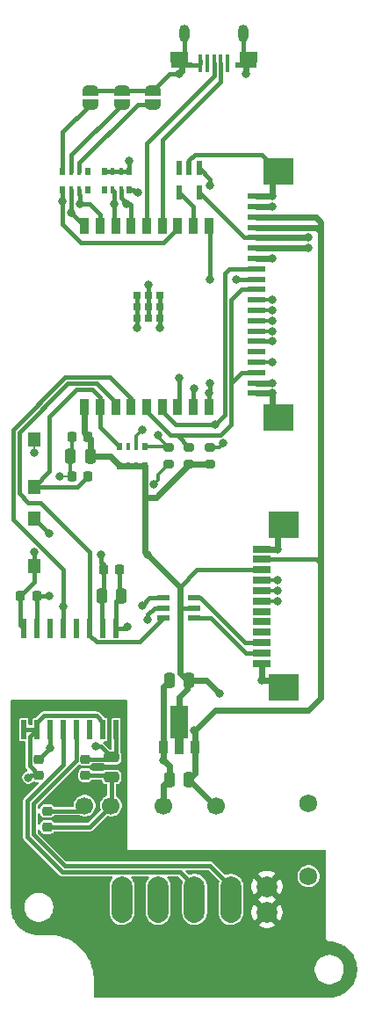
<source format=gbr>
%TF.GenerationSoftware,KiCad,Pcbnew,9.0.3*%
%TF.CreationDate,2025-09-11T11:52:34+03:00*%
%TF.ProjectId,PMMCU-ESP32C3,504d4d43-552d-4455-9350-333243332e6b,rev?*%
%TF.SameCoordinates,Original*%
%TF.FileFunction,Copper,L1,Top*%
%TF.FilePolarity,Positive*%
%FSLAX46Y46*%
G04 Gerber Fmt 4.6, Leading zero omitted, Abs format (unit mm)*
G04 Created by KiCad (PCBNEW 9.0.3) date 2025-09-11 11:52:34*
%MOMM*%
%LPD*%
G01*
G04 APERTURE LIST*
G04 Aperture macros list*
%AMRoundRect*
0 Rectangle with rounded corners*
0 $1 Rounding radius*
0 $2 $3 $4 $5 $6 $7 $8 $9 X,Y pos of 4 corners*
0 Add a 4 corners polygon primitive as box body*
4,1,4,$2,$3,$4,$5,$6,$7,$8,$9,$2,$3,0*
0 Add four circle primitives for the rounded corners*
1,1,$1+$1,$2,$3*
1,1,$1+$1,$4,$5*
1,1,$1+$1,$6,$7*
1,1,$1+$1,$8,$9*
0 Add four rect primitives between the rounded corners*
20,1,$1+$1,$2,$3,$4,$5,0*
20,1,$1+$1,$4,$5,$6,$7,0*
20,1,$1+$1,$6,$7,$8,$9,0*
20,1,$1+$1,$8,$9,$2,$3,0*%
%AMFreePoly0*
4,1,9,3.862500,-0.866500,0.737500,-0.866500,0.737500,-0.450000,-0.737500,-0.450000,-0.737500,0.450000,0.737500,0.450000,0.737500,0.866500,3.862500,0.866500,3.862500,-0.866500,3.862500,-0.866500,$1*%
%AMFreePoly1*
4,1,23,0.500000,-0.750000,0.000000,-0.750000,0.000000,-0.745722,-0.065263,-0.745722,-0.191342,-0.711940,-0.304381,-0.646677,-0.396677,-0.554381,-0.461940,-0.441342,-0.495722,-0.315263,-0.495722,-0.250000,-0.500000,-0.250000,-0.500000,0.250000,-0.495722,0.250000,-0.495722,0.315263,-0.461940,0.441342,-0.396677,0.554381,-0.304381,0.646677,-0.191342,0.711940,-0.065263,0.745722,0.000000,0.745722,
0.000000,0.750000,0.500000,0.750000,0.500000,-0.750000,0.500000,-0.750000,$1*%
%AMFreePoly2*
4,1,23,0.000000,0.745722,0.065263,0.745722,0.191342,0.711940,0.304381,0.646677,0.396677,0.554381,0.461940,0.441342,0.495722,0.315263,0.495722,0.250000,0.500000,0.250000,0.500000,-0.250000,0.495722,-0.250000,0.495722,-0.315263,0.461940,-0.441342,0.396677,-0.554381,0.304381,-0.646677,0.191342,-0.711940,0.065263,-0.745722,0.000000,-0.745722,0.000000,-0.750000,-0.500000,-0.750000,
-0.500000,0.750000,0.000000,0.750000,0.000000,0.745722,0.000000,0.745722,$1*%
G04 Aperture macros list end*
%TA.AperFunction,SMDPad,CuDef*%
%ADD10RoundRect,0.225000X0.225000X0.250000X-0.225000X0.250000X-0.225000X-0.250000X0.225000X-0.250000X0*%
%TD*%
%TA.AperFunction,SMDPad,CuDef*%
%ADD11R,1.244600X1.346200*%
%TD*%
%TA.AperFunction,SMDPad,CuDef*%
%ADD12R,0.889000X1.498600*%
%TD*%
%TA.AperFunction,SMDPad,CuDef*%
%ADD13R,0.711200X0.711200*%
%TD*%
%TA.AperFunction,SMDPad,CuDef*%
%ADD14RoundRect,0.225000X0.225000X-0.425000X0.225000X0.425000X-0.225000X0.425000X-0.225000X-0.425000X0*%
%TD*%
%TA.AperFunction,SMDPad,CuDef*%
%ADD15FreePoly0,90.000000*%
%TD*%
%TA.AperFunction,SMDPad,CuDef*%
%ADD16R,1.800000X0.600000*%
%TD*%
%TA.AperFunction,SMDPad,CuDef*%
%ADD17R,3.000000X2.600000*%
%TD*%
%TA.AperFunction,SMDPad,CuDef*%
%ADD18RoundRect,0.250000X-0.475000X0.250000X-0.475000X-0.250000X0.475000X-0.250000X0.475000X0.250000X0*%
%TD*%
%TA.AperFunction,SMDPad,CuDef*%
%ADD19R,0.406400X1.750000*%
%TD*%
%TA.AperFunction,SMDPad,CuDef*%
%ADD20R,1.654126X1.104108*%
%TD*%
%TA.AperFunction,SMDPad,CuDef*%
%ADD21R,2.108196X0.496100*%
%TD*%
%TA.AperFunction,ComponentPad*%
%ADD22O,1.000000X1.700000*%
%TD*%
%TA.AperFunction,SMDPad,CuDef*%
%ADD23R,2.108196X0.496108*%
%TD*%
%TA.AperFunction,SMDPad,CuDef*%
%ADD24R,1.654066X1.104100*%
%TD*%
%TA.AperFunction,SMDPad,CuDef*%
%ADD25R,0.500000X0.800000*%
%TD*%
%TA.AperFunction,SMDPad,CuDef*%
%ADD26R,0.400000X0.800000*%
%TD*%
%TA.AperFunction,SMDPad,CuDef*%
%ADD27RoundRect,0.250000X0.250000X0.475000X-0.250000X0.475000X-0.250000X-0.475000X0.250000X-0.475000X0*%
%TD*%
%TA.AperFunction,SMDPad,CuDef*%
%ADD28R,1.803400X0.635000*%
%TD*%
%TA.AperFunction,SMDPad,CuDef*%
%ADD29R,2.997200X2.590800*%
%TD*%
%TA.AperFunction,SMDPad,CuDef*%
%ADD30RoundRect,0.225000X-0.250000X0.225000X-0.250000X-0.225000X0.250000X-0.225000X0.250000X0.225000X0*%
%TD*%
%TA.AperFunction,ComponentPad*%
%ADD31C,2.000000*%
%TD*%
%TA.AperFunction,SMDPad,CuDef*%
%ADD32FreePoly1,90.000000*%
%TD*%
%TA.AperFunction,SMDPad,CuDef*%
%ADD33FreePoly2,90.000000*%
%TD*%
%TA.AperFunction,SMDPad,CuDef*%
%ADD34RoundRect,0.200000X0.275000X-0.200000X0.275000X0.200000X-0.275000X0.200000X-0.275000X-0.200000X0*%
%TD*%
%TA.AperFunction,SMDPad,CuDef*%
%ADD35R,1.181100X0.558800*%
%TD*%
%TA.AperFunction,SMDPad,CuDef*%
%ADD36R,0.482600X1.854200*%
%TD*%
%TA.AperFunction,ComponentPad*%
%ADD37C,1.725000*%
%TD*%
%TA.AperFunction,ComponentPad*%
%ADD38C,1.700000*%
%TD*%
%TA.AperFunction,SMDPad,CuDef*%
%ADD39R,0.558800X1.320800*%
%TD*%
%TA.AperFunction,ViaPad*%
%ADD40C,0.800000*%
%TD*%
%TA.AperFunction,Conductor*%
%ADD41C,0.400000*%
%TD*%
%TA.AperFunction,Conductor*%
%ADD42C,0.200000*%
%TD*%
%TA.AperFunction,Conductor*%
%ADD43C,0.600000*%
%TD*%
%TA.AperFunction,Conductor*%
%ADD44C,0.300000*%
%TD*%
%TA.AperFunction,Conductor*%
%ADD45C,2.000000*%
%TD*%
G04 APERTURE END LIST*
D10*
%TO.P,C16,1*%
%TO.N,+5V_MCU*%
X10775000Y-6500000D03*
%TO.P,C16,2*%
%TO.N,GND_MCU*%
X9225000Y-6500000D03*
%TD*%
D11*
%TO.P,SW2,1,1*%
%TO.N,GND_MCU*%
X2540000Y6096000D03*
%TO.P,SW2,2,2*%
%TO.N,/EN*%
X2540000Y1524000D03*
%TD*%
D12*
%TO.P,U1,1,3V3*%
%TO.N,+3.3V_MCU*%
X7390002Y9170000D03*
%TO.P,U1,2,EN*%
%TO.N,/EN*%
X8890001Y9170000D03*
%TO.P,U1,3,IO4*%
%TO.N,/CAN_TX*%
X10390001Y9170000D03*
%TO.P,U1,4,IO5*%
%TO.N,/CAN_RX*%
X11890000Y9170000D03*
%TO.P,U1,5,IO6*%
%TO.N,/SCK_SCL_MCU*%
X13390000Y9170000D03*
%TO.P,U1,6,IO7*%
%TO.N,/MOSI_SDA_MCU*%
X14890000Y9170000D03*
%TO.P,U1,7,IO8*%
%TO.N,/CS2_MCU*%
X16390002Y9170000D03*
%TO.P,U1,8,IO9*%
%TO.N,/CS3_MCU*%
X17890001Y9170000D03*
%TO.P,U1,9,GND*%
%TO.N,GND_MCU*%
X19390001Y9170000D03*
%TO.P,U1,10,IO10*%
%TO.N,/MISO_MCU*%
X19389998Y26670000D03*
%TO.P,U1,11,RXD_(IO20)*%
%TO.N,/WDT*%
X17889999Y26670000D03*
%TO.P,U1,12,TXD_(IO21)*%
%TO.N,/LED2*%
X16389999Y26670000D03*
%TO.P,U1,13,IO18_(USB_D-)*%
%TO.N,/USB_D-*%
X14890000Y26670000D03*
%TO.P,U1,14,IO19_(USB_D+)*%
%TO.N,/USB_D+*%
X13390000Y26670000D03*
%TO.P,U1,15,IO3*%
%TO.N,/CS1_MCU*%
X11890000Y26670000D03*
%TO.P,U1,16,IO2*%
%TO.N,/CS0_MCU*%
X10389998Y26670000D03*
%TO.P,U1,17,IO1*%
%TO.N,/LED0*%
X8889999Y26670000D03*
%TO.P,U1,18,IO0*%
%TO.N,/LED1*%
X7389999Y26670000D03*
D13*
%TO.P,U1,EPAD,EPAD*%
%TO.N,GND_MCU*%
X12490000Y17780000D03*
X13590000Y17780000D03*
X14690000Y17780000D03*
X12490000Y18880000D03*
X13590000Y18880000D03*
X14690000Y18880000D03*
X12490000Y19980000D03*
X13590000Y19980000D03*
X14690000Y19980000D03*
%TD*%
D10*
%TO.P,C1,1*%
%TO.N,/EN*%
X7760000Y2540000D03*
%TO.P,C1,2*%
%TO.N,GND_MCU*%
X6210000Y2540000D03*
%TD*%
D14*
%TO.P,U2,1,GND*%
%TO.N,GND_MCU*%
X15010000Y-23540000D03*
D15*
%TO.P,U2,2,OUTPUT*%
%TO.N,+3.3V_MCU*%
X16510000Y-23452500D03*
D14*
%TO.P,U2,3,INPUT*%
%TO.N,+5V_MCU*%
X18010000Y-23540000D03*
%TD*%
D16*
%TO.P,JM1,1,Pin_1*%
%TO.N,GND_MCU*%
X23954000Y10500000D03*
%TO.P,JM1,2,Pin_2*%
X23954000Y11500000D03*
%TO.P,JM1,3,Pin_3*%
%TO.N,/SCK_SCL_MCU*%
X23954000Y12500000D03*
%TO.P,JM1,4,Pin_4*%
%TO.N,/MOSI_SDA_MCU*%
X23954000Y13500000D03*
%TO.P,JM1,5,Pin_5*%
%TO.N,unconnected-(JM1-Pin_5-Pad5)*%
X23954000Y14500000D03*
%TO.P,JM1,6,Pin_6*%
%TO.N,/RST*%
X23954000Y15500000D03*
%TO.P,JM1,7,Pin_7*%
%TO.N,/CS3_MCU*%
X23954000Y16500000D03*
%TO.P,JM1,8,Pin_8*%
%TO.N,/CS2_MCU*%
X23954000Y17500000D03*
%TO.P,JM1,9,Pin_9*%
%TO.N,/CS1_MCU*%
X23954000Y18500000D03*
%TO.P,JM1,10,Pin_10*%
%TO.N,/CS0_MCU*%
X23954000Y19500000D03*
%TO.P,JM1,11,Pin_11*%
%TO.N,/SCK_SCL_MCU*%
X23954000Y20500000D03*
%TO.P,JM1,12,Pin_11*%
%TO.N,/MISO_MCU*%
X23954000Y21500000D03*
%TO.P,JM1,13,Pin_11*%
%TO.N,/MOSI_SDA_MCU*%
X23954000Y22500000D03*
%TO.P,JM1,14,Pin_11*%
%TO.N,GND_MCU*%
X23954000Y23500000D03*
%TO.P,JM1,15,Pin_11*%
%TO.N,+3.3V_MCU*%
X23954000Y24500000D03*
%TO.P,JM1,16,Pin_11*%
X23954000Y25500000D03*
%TO.P,JM1,17,Pin_11*%
%TO.N,+5V_MCU*%
X23954000Y26500000D03*
%TO.P,JM1,18,Pin_11*%
X23954000Y27500000D03*
%TO.P,JM1,19,Pin_11*%
%TO.N,GND_MCU*%
X23954000Y28500000D03*
%TO.P,JM1,20,Pin_11*%
X23954000Y29500000D03*
D17*
%TO.P,JM1,MP1,Pin_11*%
X26125000Y8150000D03*
%TO.P,JM1,MP2,Pin_11*%
X26125000Y31850000D03*
%TD*%
D18*
%TO.P,C13,1*%
%TO.N,+5V_BUS*%
X10000000Y-24550000D03*
%TO.P,C13,2*%
%TO.N,GND_BUS*%
X10000000Y-26450000D03*
%TD*%
D19*
%TO.P,J1,1,VBUS*%
%TO.N,unconnected-(J1-VBUS-Pad1)*%
X21180000Y42327092D03*
%TO.P,J1,2,D-*%
%TO.N,/USB_D-*%
X20530014Y42327092D03*
%TO.P,J1,3,D+*%
%TO.N,/USB_D+*%
X19880028Y42327092D03*
%TO.P,J1,4,ID*%
%TO.N,unconnected-(J1-ID-Pad4)*%
X19230042Y42327092D03*
D20*
%TO.P,J1,5,GND*%
%TO.N,GND_MCU*%
X23207063Y42900254D03*
D21*
X22980029Y42100150D03*
D22*
X22705029Y45202208D03*
D19*
X18580056Y42327092D03*
D22*
X17055027Y45202208D03*
D23*
X16780031Y42100146D03*
D24*
X16552967Y42900250D03*
%TD*%
D10*
%TO.P,C5,1*%
%TO.N,+3.3V_MCU*%
X7760000Y6350000D03*
%TO.P,C5,2*%
%TO.N,GND_MCU*%
X6210000Y6350000D03*
%TD*%
D25*
%TO.P,RN2,1,R1.1*%
%TO.N,+3.3V_MCU*%
X10800000Y3545000D03*
D26*
%TO.P,RN2,2,R2.1*%
X11600000Y3545000D03*
%TO.P,RN2,3,R3.1*%
X12400000Y3545000D03*
D25*
%TO.P,RN2,4,R4.1*%
X13200000Y3545000D03*
%TO.P,RN2,5,R4.2*%
%TO.N,/CS3_MCU*%
X13200000Y5345000D03*
D26*
%TO.P,RN2,6,R3.2*%
%TO.N,/CS2_MCU*%
X12400000Y5345000D03*
%TO.P,RN2,7,R2.2*%
%TO.N,unconnected-(RN2B-R2.2-Pad7)*%
X11600000Y5345000D03*
D25*
%TO.P,RN2,8,R1.2*%
%TO.N,/EN*%
X10800000Y5345000D03*
%TD*%
D27*
%TO.P,C10,1*%
%TO.N,+5V_MCU*%
X17460000Y-26670000D03*
%TO.P,C10,2*%
%TO.N,GND_MCU*%
X15560000Y-26670000D03*
%TD*%
D28*
%TO.P,J4,1,Pin_1*%
%TO.N,GND_MCU*%
X24444000Y-15499992D03*
%TO.P,J4,2,Pin_2*%
%TO.N,Net-(J4-Pin_2)*%
X24444000Y-14499994D03*
%TO.P,J4,3,Pin_3*%
%TO.N,Net-(J4-Pin_3)*%
X24444000Y-13499996D03*
%TO.P,J4,4,Pin_4*%
%TO.N,unconnected-(J4-Pin_4-Pad4)*%
X24444000Y-12499998D03*
%TO.P,J4,5,Pin_5*%
%TO.N,unconnected-(J4-Pin_5-Pad5)*%
X24444000Y-11500000D03*
%TO.P,J4,6,Pin_6*%
%TO.N,unconnected-(J4-Pin_6-Pad6)*%
X24444000Y-10500000D03*
%TO.P,J4,7,Pin_7*%
%TO.N,/LED2*%
X24444000Y-9500000D03*
%TO.P,J4,8,Pin_8*%
%TO.N,/LED1*%
X24444000Y-8500000D03*
%TO.P,J4,9,Pin_9*%
%TO.N,/LED0*%
X24444000Y-7500002D03*
%TO.P,J4,10,Pin_10*%
%TO.N,+3.3V_MCU*%
X24444000Y-6500004D03*
%TO.P,J4,11,Pin_11*%
%TO.N,+5V_MCU*%
X24444000Y-5500006D03*
%TO.P,J4,12,Pin_11*%
%TO.N,GND_MCU*%
X24444000Y-4500008D03*
D29*
%TO.P,J4,13,Pin_11*%
X26614001Y-17850003D03*
X26614001Y-2149997D03*
%TD*%
D27*
%TO.P,C14,1*%
%TO.N,+5V_MCU*%
X10950000Y-9000000D03*
%TO.P,C14,2*%
%TO.N,GND_MCU*%
X9050000Y-9000000D03*
%TD*%
D30*
%TO.P,C12,1*%
%TO.N,+5V_BUS*%
X3000000Y-24725000D03*
%TO.P,C12,2*%
%TO.N,GND_BUS*%
X3000000Y-26275000D03*
%TD*%
D31*
%TO.P,J6,1,Pin_1*%
%TO.N,+24V_BUS*%
X11000000Y-37000000D03*
%TO.P,J6,2,Pin_3*%
%TO.N,GND_BUS*%
X14500000Y-37000000D03*
%TO.P,J6,3,3*%
%TO.N,/CANL_BUS*%
X18000000Y-37000000D03*
%TO.P,J6,4,4*%
%TO.N,/CANH_BUS*%
X21500000Y-37000000D03*
%TO.P,J6,5,Pin_9*%
%TO.N,PE*%
X25000000Y-37000000D03*
%TO.P,J6,6,Pin_2*%
%TO.N,+24V_BUS*%
X11000000Y-39500000D03*
%TO.P,J6,7,Pin_4*%
%TO.N,GND_BUS*%
X14500000Y-39500000D03*
%TO.P,J6,8,Pin_6*%
%TO.N,/CANL_BUS*%
X18000000Y-39500000D03*
%TO.P,J6,9,Pin_8*%
%TO.N,/CANH_BUS*%
X21500000Y-39500000D03*
%TO.P,J6,10,Pin_10*%
%TO.N,PE*%
X25000000Y-39500000D03*
%TD*%
D32*
%TO.P,JP1,1,A*%
%TO.N,Net-(JP1-A)*%
X8000000Y38350000D03*
D33*
%TO.P,JP1,2,B*%
%TO.N,GND_MCU*%
X8000000Y39650000D03*
%TD*%
D34*
%TO.P,R3,1*%
%TO.N,+3.3V_MCU*%
X17500000Y3675000D03*
%TO.P,R3,2*%
%TO.N,/SCK_SCL_MCU*%
X17500000Y5325000D03*
%TD*%
D32*
%TO.P,JP2,1,A*%
%TO.N,Net-(JP2-A)*%
X11000000Y38350000D03*
D33*
%TO.P,JP2,2,B*%
%TO.N,GND_MCU*%
X11000000Y39650000D03*
%TD*%
D35*
%TO.P,U5,1,1A*%
%TO.N,/CAN_RX*%
X15043150Y-9209999D03*
%TO.P,U5,2,GND*%
%TO.N,GND_MCU*%
X15043150Y-10160000D03*
%TO.P,U5,3,2A*%
%TO.N,/CAN_TX*%
X15043150Y-11110001D03*
%TO.P,U5,4,2Y*%
%TO.N,Net-(J4-Pin_2)*%
X17976850Y-11110001D03*
%TO.P,U5,5,VCC*%
%TO.N,+3.3V_MCU*%
X17976850Y-10160000D03*
%TO.P,U5,6,1Y*%
%TO.N,Net-(J4-Pin_3)*%
X17976850Y-9209999D03*
%TD*%
D36*
%TO.P,U7,1,Vcc*%
%TO.N,+5V_MCU*%
X10445000Y-12123200D03*
%TO.P,U7,2,GND1*%
%TO.N,GND_MCU*%
X9175000Y-12123200D03*
%TO.P,U7,3,TXD*%
%TO.N,/CAN_TX*%
X7905000Y-12123200D03*
%TO.P,U7,4,NC*%
%TO.N,unconnected-(U7-NC-Pad4)*%
X6635000Y-12123200D03*
%TO.P,U7,5,RXD*%
%TO.N,/CAN_RX*%
X5365000Y-12123200D03*
%TO.P,U7,6,NC*%
%TO.N,unconnected-(U7-NC-Pad6)*%
X4095000Y-12123200D03*
%TO.P,U7,7,Vccl*%
%TO.N,+3.3V_MCU*%
X2825000Y-12123200D03*
%TO.P,U7,8,GND1*%
%TO.N,GND_MCU*%
X1555000Y-12123200D03*
%TO.P,U7,9,GND2*%
%TO.N,GND_BUS*%
X1555000Y-21876800D03*
%TO.P,U7,10,GND2*%
X2825000Y-21876800D03*
%TO.P,U7,11,Visoin*%
%TO.N,+5V_BUS*%
X4095000Y-21876800D03*
%TO.P,U7,12,CANL*%
%TO.N,/CANL_BUS*%
X5365000Y-21876800D03*
%TO.P,U7,13,CANH*%
%TO.N,/CANH_BUS*%
X6635000Y-21876800D03*
%TO.P,U7,14,NC*%
%TO.N,unconnected-(U7-NC-Pad14)*%
X7905000Y-21876800D03*
%TO.P,U7,15,GND2*%
%TO.N,GND_BUS*%
X9175000Y-21876800D03*
%TO.P,U7,16,Viso*%
%TO.N,+5V_BUS*%
X10445000Y-21876800D03*
%TD*%
D30*
%TO.P,C11,1*%
%TO.N,+5V_BUS*%
X7500000Y-24725000D03*
%TO.P,C11,2*%
%TO.N,GND_BUS*%
X7500000Y-26275000D03*
%TD*%
D10*
%TO.P,C15,1*%
%TO.N,+3.3V_MCU*%
X2775000Y-9000000D03*
%TO.P,C15,2*%
%TO.N,GND_MCU*%
X1225000Y-9000000D03*
%TD*%
D37*
%TO.P,U4,1*%
%TO.N,GND_BUS*%
X29000000Y-36000000D03*
%TD*%
D34*
%TO.P,R1,1*%
%TO.N,+3.3V_MCU*%
X19500000Y3675000D03*
%TO.P,R1,2*%
%TO.N,/MOSI_SDA_MCU*%
X19500000Y5325000D03*
%TD*%
D27*
%TO.P,C4,1*%
%TO.N,+3.3V_MCU*%
X17460000Y-17145000D03*
%TO.P,C4,2*%
%TO.N,GND_MCU*%
X15560000Y-17145000D03*
%TD*%
%TO.P,C2,1*%
%TO.N,+3.3V_MCU*%
X7935000Y4445000D03*
%TO.P,C2,2*%
%TO.N,GND_MCU*%
X6035000Y4445000D03*
%TD*%
D11*
%TO.P,SW1,1,1*%
%TO.N,GND_MCU*%
X2540000Y-6096000D03*
%TO.P,SW1,2,2*%
%TO.N,Net-(R5-Pad1)*%
X2540000Y-1524000D03*
%TD*%
D38*
%TO.P,PS1,1,Vin*%
%TO.N,+24V_BUS*%
X7416800Y-29210000D03*
%TO.P,PS1,2,GND*%
%TO.N,GND_BUS*%
X9956800Y-29210000D03*
%TO.P,PS1,4,0V*%
%TO.N,GND_MCU*%
X15036800Y-29210000D03*
%TO.P,PS1,6,+V*%
%TO.N,+5V_MCU*%
X20116800Y-29210000D03*
%TD*%
D34*
%TO.P,R5,1*%
%TO.N,Net-(R5-Pad1)*%
X15500000Y3675000D03*
%TO.P,R5,2*%
%TO.N,/CS3_MCU*%
X15500000Y5325000D03*
%TD*%
D25*
%TO.P,RN3,1,R1.1*%
%TO.N,unconnected-(RN3A-R1.1-Pad1)*%
X7700000Y31900000D03*
D26*
%TO.P,RN3,2,R2.1*%
%TO.N,Net-(JP3-A)*%
X6900000Y31900000D03*
%TO.P,RN3,3,R3.1*%
%TO.N,Net-(JP2-A)*%
X6100000Y31900000D03*
D25*
%TO.P,RN3,4,R4.1*%
%TO.N,Net-(JP1-A)*%
X5300000Y31900000D03*
%TO.P,RN3,5,R4.2*%
%TO.N,/LED2*%
X5300000Y30100000D03*
D26*
%TO.P,RN3,6,R3.2*%
%TO.N,/LED1*%
X6100000Y30100000D03*
%TO.P,RN3,7,R2.2*%
%TO.N,/LED0*%
X6900000Y30100000D03*
D25*
%TO.P,RN3,8,R1.2*%
%TO.N,unconnected-(RN3A-R1.2-Pad8)*%
X7700000Y30100000D03*
%TD*%
D39*
%TO.P,CR1,1,\u002AWDO*%
%TO.N,/RST*%
X18450001Y32193800D03*
%TO.P,CR1,2,GND*%
%TO.N,GND_MCU*%
X17500000Y32193800D03*
%TO.P,CR1,3,\u002AEN*%
%TO.N,unconnected-(CR1-\u002AEN-Pad3)*%
X16549999Y32193800D03*
%TO.P,CR1,4,WDI*%
%TO.N,/WDT*%
X16549999Y29806200D03*
%TO.P,CR1,5,VCC*%
%TO.N,+3.3V_MCU*%
X18450001Y29806200D03*
%TD*%
D25*
%TO.P,RN1,1,R1.1*%
%TO.N,+3.3V_MCU*%
X11700000Y31900000D03*
D26*
%TO.P,RN1,2,R2.1*%
X10900000Y31900000D03*
%TO.P,RN1,3,R3.1*%
X10100000Y31900000D03*
D25*
%TO.P,RN1,4,R4.1*%
X9300000Y31900000D03*
%TO.P,RN1,5,R4.2*%
%TO.N,unconnected-(RN1D-R4.2-Pad5)*%
X9300000Y30100000D03*
D26*
%TO.P,RN1,6,R3.2*%
%TO.N,/CS0_MCU*%
X10100000Y30100000D03*
%TO.P,RN1,7,R2.2*%
%TO.N,/CS1_MCU*%
X10900000Y30100000D03*
D25*
%TO.P,RN1,8,R1.2*%
%TO.N,/RST*%
X11700000Y30100000D03*
%TD*%
D30*
%TO.P,C7,1*%
%TO.N,+24V_BUS*%
X3810000Y-29725000D03*
%TO.P,C7,2*%
%TO.N,GND_BUS*%
X3810000Y-31275000D03*
%TD*%
D32*
%TO.P,JP3,1,A*%
%TO.N,Net-(JP3-A)*%
X14000000Y38350000D03*
D33*
%TO.P,JP3,2,B*%
%TO.N,GND_MCU*%
X14000000Y39650000D03*
%TD*%
D37*
%TO.P,U3,1*%
%TO.N,GND_MCU*%
X29000000Y-29000000D03*
%TD*%
D40*
%TO.N,GND_MCU*%
X25500000Y29500000D03*
X19500000Y11500000D03*
X5000000Y2500000D03*
X13590000Y20937600D03*
X26000000Y-4500000D03*
X2540000Y-4812000D03*
X25500000Y28500000D03*
X14690000Y16810300D03*
X15010000Y-24830000D03*
X2540000Y4812400D03*
X25500000Y11500000D03*
X19390000Y10500000D03*
X25500000Y10500000D03*
X16500000Y41242100D03*
X12490000Y16810200D03*
X23000000Y41250000D03*
X13500000Y-11300000D03*
X24511900Y-17152000D03*
X9000000Y-5000000D03*
X25500000Y23500000D03*
%TO.N,+3.3V_MCU*%
X11700000Y32900000D03*
X13500000Y-5000000D03*
X20447000Y-18415000D03*
X29000000Y24500000D03*
X4000000Y-9000000D03*
X29000000Y25500000D03*
%TO.N,/MOSI_SDA_MCU*%
X20000000Y7500002D03*
X25500000Y13500000D03*
X20781037Y5718963D03*
%TO.N,/CS3_MCU*%
X14500000Y6500000D03*
X25500000Y16500000D03*
X18000000Y11000000D03*
%TO.N,/MISO_MCU*%
X19500000Y21500000D03*
X22000000Y21500000D03*
%TO.N,/CS0_MCU*%
X10250000Y28750000D03*
X25500000Y19500000D03*
%TO.N,/CS2_MCU*%
X16500000Y12000000D03*
X25500000Y17500000D03*
X13000000Y7000000D03*
%TO.N,/CS1_MCU*%
X25500000Y18500000D03*
X11450000Y28750000D03*
%TO.N,GND_BUS*%
X2000000Y-26500000D03*
%TO.N,Net-(R5-Pad1)*%
X4000000Y-3000000D03*
X14100000Y1750000D03*
%TO.N,+5V_MCU*%
X11500000Y-12000000D03*
X18000000Y-22000000D03*
%TO.N,/LED1*%
X26000000Y-8500000D03*
X6154999Y27904999D03*
%TO.N,/LED2*%
X26000000Y-9500000D03*
X5250000Y29000000D03*
%TO.N,/LED0*%
X7000000Y28750000D03*
X26000000Y-7499997D03*
%TO.N,/RST*%
X12590000Y29874156D03*
X19500000Y30500000D03*
X25500000Y15500000D03*
%TO.N,+5V_BUS*%
X8500000Y-23500000D03*
X4095000Y-23630000D03*
%TO.N,/CAN_RX*%
X5365000Y-10000000D03*
X12942529Y-9948276D03*
%TD*%
D41*
%TO.N,/EN*%
X4000000Y8250000D02*
X4000000Y2984000D01*
X4000000Y2984000D02*
X2540000Y1524000D01*
D42*
X8890001Y8865200D02*
X8890001Y9170000D01*
D41*
X8152000Y10848000D02*
X6598000Y10848000D01*
X8890001Y7254999D02*
X8890001Y9170000D01*
X6598000Y10848000D02*
X4000000Y8250000D01*
X8890001Y9170000D02*
X8890001Y10109999D01*
X8890001Y10109999D02*
X8152000Y10848000D01*
X7760000Y2540000D02*
X6744000Y1524000D01*
X10800000Y5345000D02*
X8890001Y7254999D01*
X6744000Y1524000D02*
X2540000Y1524000D01*
%TO.N,/USB_D+*%
X13390000Y26670000D02*
X13390000Y34606850D01*
X19880028Y41096878D02*
X19880028Y42327092D01*
X13390000Y34606850D02*
X19880028Y41096878D01*
%TO.N,/USB_D-*%
X20530014Y42327092D02*
X20530014Y40530014D01*
X14890000Y34890000D02*
X14890000Y26670000D01*
X20530014Y40530014D02*
X14890000Y34890000D01*
%TO.N,GND_MCU*%
X13590000Y18880000D02*
X13590000Y19980000D01*
D43*
X15010000Y-24830000D02*
X15010000Y-23540000D01*
D41*
X2540000Y-6096000D02*
X2540000Y-7685000D01*
D42*
X6210000Y2540000D02*
X5040000Y2540000D01*
D41*
X14130000Y-10160000D02*
X15043150Y-10160000D01*
X19500000Y10610000D02*
X19390000Y10500000D01*
X18580056Y42527092D02*
X18580056Y42327092D01*
X13500000Y-11300000D02*
X13500000Y-10790000D01*
D43*
X24511900Y-17152000D02*
X24511900Y-15567892D01*
D41*
X9050000Y-9000000D02*
X9050000Y-11998200D01*
D43*
X15010000Y-17695000D02*
X15010000Y-23540000D01*
D41*
X13500000Y-10790000D02*
X14130000Y-10160000D01*
D42*
X15560000Y-28686800D02*
X15036800Y-29210000D01*
D41*
X9000000Y-5000000D02*
X9000000Y-5775000D01*
D43*
X15036800Y-27193200D02*
X15560000Y-26670000D01*
D41*
X19390000Y10500000D02*
X19390000Y9170000D01*
D43*
X26000000Y-4500000D02*
X26000000Y-2763998D01*
D41*
X14690000Y16810300D02*
X14690000Y17780000D01*
D43*
X26000000Y-4500000D02*
X25999992Y-4500008D01*
D41*
X12490000Y16810200D02*
X12490000Y17780000D01*
D42*
X2540000Y4812400D02*
X2540000Y6096000D01*
X5040000Y2540000D02*
X5000000Y2500000D01*
D41*
X18353110Y42100146D02*
X16780031Y42100146D01*
X17500000Y32193800D02*
X17500000Y32985599D01*
D43*
X25999992Y-4500008D02*
X24444000Y-4500008D01*
X23000000Y41250000D02*
X23000000Y42720154D01*
D41*
X24475000Y33500000D02*
X26125000Y31850000D01*
X12490000Y17780000D02*
X12490000Y18880000D01*
D42*
X15735000Y-17285000D02*
X15735000Y-17145000D01*
D43*
X23954000Y28500000D02*
X25500000Y28500000D01*
X25500000Y31225000D02*
X26125000Y31850000D01*
D41*
X14690000Y18880000D02*
X14690000Y19980000D01*
D43*
X24511900Y-15567892D02*
X24444000Y-15499992D01*
D41*
X9225000Y-7000000D02*
X9225000Y-8825000D01*
D44*
X6210000Y6350000D02*
X6210000Y4620000D01*
D43*
X25500000Y10500000D02*
X25500000Y8775000D01*
D41*
X9225000Y-8825000D02*
X9050000Y-9000000D01*
X9000000Y-5775000D02*
X9225000Y-6000000D01*
X11000000Y39650000D02*
X8000000Y39650000D01*
D43*
X25500000Y29500000D02*
X25500000Y31225000D01*
X23954000Y29500000D02*
X25500000Y29500000D01*
D41*
X19500000Y11500000D02*
X19500000Y10610000D01*
D43*
X15560000Y-17145000D02*
X15010000Y-17695000D01*
D41*
X9050000Y-11998200D02*
X9175000Y-12123200D01*
X2540000Y-4812000D02*
X2540000Y-6096000D01*
X22705029Y43404283D02*
X22705029Y45202208D01*
D44*
X6035000Y4445000D02*
X6035000Y2715000D01*
D43*
X16500000Y41242100D02*
X16780031Y41522131D01*
D41*
X1225000Y-11793200D02*
X1555000Y-12123200D01*
X14000000Y39650000D02*
X11000000Y39650000D01*
D43*
X15036800Y-29210000D02*
X15036800Y-27193200D01*
X23954000Y11500000D02*
X25500000Y11500000D01*
D41*
X15592100Y41242100D02*
X14000000Y39650000D01*
X18580056Y42327092D02*
X18353110Y42100146D01*
X13590000Y19980000D02*
X13590000Y20937600D01*
X16500000Y41242100D02*
X15592100Y41242100D01*
X17055027Y43402310D02*
X16552967Y42900250D01*
D43*
X15560000Y-26670000D02*
X15560000Y-25380000D01*
X24511900Y-17152000D02*
X25915998Y-17152000D01*
D41*
X23194579Y42914733D02*
X22705029Y43404283D01*
D43*
X23954000Y23500000D02*
X25500000Y23500000D01*
D41*
X13590000Y17780000D02*
X13590000Y18880000D01*
D43*
X23000000Y42720154D02*
X23194579Y42914733D01*
D41*
X1225000Y-9000000D02*
X1225000Y-11793200D01*
D43*
X25500000Y8775000D02*
X26125000Y8150000D01*
D44*
X6035000Y2715000D02*
X6210000Y2540000D01*
X6210000Y4620000D02*
X6035000Y4445000D01*
D43*
X16780031Y41522131D02*
X16780031Y42114621D01*
D44*
X26000000Y7500003D02*
X25999999Y7500002D01*
D41*
X12490000Y18880000D02*
X12490000Y19980000D01*
X14690000Y17780000D02*
X14690000Y18880000D01*
D43*
X25915998Y-17152000D02*
X26614001Y-17850003D01*
D41*
X18014401Y33500000D02*
X24475000Y33500000D01*
D43*
X15560000Y-25380000D02*
X15010000Y-24830000D01*
D41*
X2540000Y-7685000D02*
X1225000Y-9000000D01*
X9225000Y-6000000D02*
X9225000Y-7000000D01*
D43*
X26000000Y-2763998D02*
X26614001Y-2149997D01*
X23954000Y10500000D02*
X25500000Y10500000D01*
D41*
X17055027Y45202208D02*
X17055027Y43402310D01*
X17500000Y32985599D02*
X18014401Y33500000D01*
%TO.N,+3.3V_MCU*%
X24444000Y-6500004D02*
X18241234Y-6500004D01*
X16840000Y-10160000D02*
X16600000Y-10400000D01*
D43*
X13200000Y3545000D02*
X13200000Y500000D01*
D41*
X18241234Y-6500004D02*
X16600000Y-8141238D01*
D43*
X7935000Y6175000D02*
X7760000Y6350000D01*
D41*
X22756201Y25500000D02*
X23954000Y25500000D01*
X11700000Y32900000D02*
X11700000Y31900000D01*
X2775000Y-9000000D02*
X2775000Y-12073200D01*
D43*
X14325000Y500000D02*
X13200000Y500000D01*
X7935000Y4445000D02*
X7935000Y6175000D01*
D41*
X18450001Y29806200D02*
X22756201Y25500000D01*
D43*
X23954000Y24500000D02*
X29000000Y24500000D01*
X23954000Y25500000D02*
X29000000Y25500000D01*
X16600000Y-10400000D02*
X16600000Y-8141238D01*
X7935000Y4445000D02*
X9900000Y4445000D01*
X17460000Y-17145000D02*
X19177000Y-17145000D01*
X7760000Y6350000D02*
X7390002Y6719998D01*
X17285000Y-17145000D02*
X16600000Y-16460000D01*
X16600000Y-16460000D02*
X16600000Y-10400000D01*
D41*
X9300000Y31900000D02*
X11700000Y31900000D01*
D44*
X17285000Y-17145000D02*
X17034700Y-16895000D01*
D43*
X7390002Y6719998D02*
X7390002Y9170000D01*
X16600000Y-8141238D02*
X15189508Y-6730746D01*
D41*
X2775000Y-9000000D02*
X4000000Y-9000000D01*
D43*
X17500000Y3675000D02*
X14325000Y500000D01*
X10800000Y3545000D02*
X13200000Y3545000D01*
D41*
X17976850Y-10160000D02*
X16840000Y-10160000D01*
D43*
X13200000Y-4741238D02*
X15148762Y-6690000D01*
D41*
X2775000Y-12073200D02*
X2825000Y-12123200D01*
D43*
X19177000Y-17145000D02*
X20447000Y-18415000D01*
X16510000Y-23452500D02*
X16510000Y-18725793D01*
X13200000Y500000D02*
X13200000Y-4741238D01*
X9900000Y4445000D02*
X10800000Y3545000D01*
X16510000Y-18725793D02*
X17285000Y-17950793D01*
X19500000Y3675000D02*
X17500000Y3675000D01*
X17285000Y-17950793D02*
X17285000Y-17145000D01*
D44*
X16510000Y-23452000D02*
X16510000Y-23452500D01*
D41*
%TO.N,/MOSI_SDA_MCU*%
X14890000Y8774202D02*
X14890000Y9170000D01*
X21339300Y22500000D02*
X20899000Y22059700D01*
D44*
X20781038Y5718963D02*
X20781037Y5718963D01*
D41*
X20000000Y7500002D02*
X16164200Y7500002D01*
D44*
X20781037Y5718963D02*
X20387074Y5325000D01*
D41*
X23954000Y22500000D02*
X21339300Y22500000D01*
X16164200Y7500002D02*
X14890000Y8774202D01*
D44*
X20387074Y5325000D02*
X19500000Y5325000D01*
D41*
X20899000Y22059700D02*
X20899000Y8399000D01*
X20899000Y8399000D02*
X20000000Y7500002D01*
D44*
X25500000Y13500000D02*
X23954000Y13500000D01*
D41*
%TO.N,/CS3_MCU*%
X17890001Y9170000D02*
X17890001Y10890001D01*
D44*
X14500000Y6325000D02*
X15500000Y5325000D01*
X13200000Y5345000D02*
X15480000Y5345000D01*
X15480000Y5345000D02*
X15500000Y5325000D01*
X14500000Y6500000D02*
X14500000Y6325000D01*
X23954000Y16500000D02*
X25500000Y16500000D01*
D41*
X17890001Y10890001D02*
X18000000Y11000000D01*
%TO.N,/MISO_MCU*%
X19500000Y26559998D02*
X19389998Y26670000D01*
X19500000Y21500000D02*
X19500000Y26559998D01*
X22000000Y21500000D02*
X23954000Y21500000D01*
D44*
X23804040Y21350040D02*
X23954000Y21500000D01*
D41*
%TO.N,/CS0_MCU*%
X10250000Y28750000D02*
X10250000Y29950000D01*
D44*
X10389998Y26670000D02*
X10250000Y26809998D01*
D41*
X10250000Y26809998D02*
X10250000Y28948000D01*
X10250000Y29950000D02*
X10100000Y30100000D01*
D44*
X25500000Y19500000D02*
X23954000Y19500000D01*
%TO.N,/CS2_MCU*%
X12400000Y6400000D02*
X13000000Y7000000D01*
D41*
X16500000Y12000000D02*
X16500000Y9279998D01*
D44*
X25500000Y17500000D02*
X23954000Y17500000D01*
D41*
X16500000Y9279998D02*
X16390002Y9170000D01*
D44*
X12400000Y5345000D02*
X12400000Y6400000D01*
D41*
%TO.N,/SCK_SCL_MCU*%
X21500000Y19500000D02*
X21500000Y11500000D01*
X15664200Y6500000D02*
X17500000Y6500000D01*
X20500000Y6500000D02*
X21500000Y7500000D01*
X13390000Y9170000D02*
X13390000Y8774200D01*
X23954000Y12500000D02*
X22500000Y12500000D01*
X13390000Y8774200D02*
X15664200Y6500000D01*
X23954000Y20500000D02*
X22500000Y20500000D01*
X22500000Y12500000D02*
X21500000Y11500000D01*
X17500000Y6500000D02*
X20500000Y6500000D01*
X22500000Y20500000D02*
X21500000Y19500000D01*
X21500000Y7500000D02*
X21500000Y11500000D01*
X16325000Y6500000D02*
X17500000Y5325000D01*
%TO.N,/CS1_MCU*%
X11890000Y28640000D02*
X11890000Y26670000D01*
X11450000Y28750000D02*
X10900000Y29300000D01*
X11780000Y28750000D02*
X11890000Y28640000D01*
X10900000Y29300000D02*
X10900000Y30100000D01*
X11450000Y28750000D02*
X11780000Y28750000D01*
D44*
X25500000Y18500000D02*
X23954000Y18500000D01*
D41*
%TO.N,GND_BUS*%
X2124000Y-22577800D02*
X2124000Y-25399000D01*
X7891800Y-31275000D02*
X3810000Y-31275000D01*
X2825000Y-21876800D02*
X2825000Y-21176400D01*
X9825000Y-26275000D02*
X10000000Y-26450000D01*
X3452700Y-20548700D02*
X8547300Y-20548700D01*
X2124000Y-25399000D02*
X3000000Y-26275000D01*
X7500000Y-26275000D02*
X9825000Y-26275000D01*
X2825000Y-21176400D02*
X3452700Y-20548700D01*
X3000000Y-26275000D02*
X2225000Y-26275000D01*
X9956800Y-29210000D02*
X7891800Y-31275000D01*
X8547300Y-20548700D02*
X9175000Y-21176400D01*
X9175000Y-21176400D02*
X9175000Y-21876800D01*
X1555000Y-21876800D02*
X2825000Y-21876800D01*
X10000000Y-29166800D02*
X9956800Y-29210000D01*
X2825000Y-21876800D02*
X2124000Y-22577800D01*
D45*
X14500000Y-37000000D02*
X14500000Y-39500000D01*
D41*
X2225000Y-26275000D02*
X2000000Y-26500000D01*
X10000000Y-26450000D02*
X10000000Y-29166800D01*
%TO.N,+24V_BUS*%
X3810000Y-29725000D02*
X6901800Y-29725000D01*
X6901800Y-29725000D02*
X7416800Y-29210000D01*
D44*
X7270000Y-29350000D02*
X7410000Y-29210000D01*
D45*
X11000000Y-37000000D02*
X11000000Y-39500000D01*
D41*
%TO.N,Net-(R5-Pad1)*%
X2540000Y-1540000D02*
X2540000Y-1524000D01*
D44*
X14500000Y2150000D02*
X14500000Y2675000D01*
D41*
X4000000Y-3000000D02*
X2540000Y-1540000D01*
D44*
X14500000Y2675000D02*
X15500000Y3675000D01*
X14100000Y1750000D02*
X14500000Y2150000D01*
D41*
%TO.N,+5V_MCU*%
X29750006Y-5500006D02*
X24444000Y-5500006D01*
D43*
X20000000Y-29210000D02*
X17460000Y-26670000D01*
X30200000Y-18800000D02*
X29000000Y-20000000D01*
D41*
X11376800Y-12123200D02*
X11500000Y-12000000D01*
D43*
X18010000Y-21992942D02*
X19001471Y-21001471D01*
X20116800Y-29210000D02*
X20000000Y-29210000D01*
X30200000Y26500000D02*
X30200000Y26000000D01*
D41*
X10445000Y-9505000D02*
X10950000Y-9000000D01*
D43*
X19001471Y-21001471D02*
X19620471Y-20382471D01*
D42*
X24229006Y-5715000D02*
X24444000Y-5500006D01*
D41*
X10775000Y-6500000D02*
X10775000Y-8825000D01*
D43*
X30200000Y13800000D02*
X30200000Y-5950000D01*
X23954000Y27500000D02*
X29700000Y27500000D01*
D44*
X18010000Y-23540000D02*
X18010000Y-23852000D01*
D43*
X29700000Y26500000D02*
X30200000Y26000000D01*
X23954000Y26500000D02*
X29700000Y26500000D01*
D44*
X17576800Y-26670000D02*
X17460000Y-26670000D01*
D43*
X30200000Y27000000D02*
X30200000Y26500000D01*
X29000000Y-20000000D02*
X20002942Y-20000000D01*
X29700000Y27500000D02*
X30200000Y27000000D01*
X18010000Y-23540000D02*
X18010000Y-21992942D01*
X18010000Y-26120000D02*
X17460000Y-26670000D01*
X18010000Y-23540000D02*
X18010000Y-26120000D01*
X20002942Y-20000000D02*
X19620471Y-20382471D01*
X30200000Y-5950000D02*
X30200000Y-18800000D01*
D41*
X10775000Y-8825000D02*
X10950000Y-9000000D01*
D43*
X30200000Y26000000D02*
X30200000Y13800000D01*
D41*
X10445000Y-12123200D02*
X11376800Y-12123200D01*
X10445000Y-12123200D02*
X10445000Y-9505000D01*
X30000000Y-5750000D02*
X29750006Y-5500006D01*
%TO.N,Net-(J4-Pin_3)*%
X22849938Y-13499996D02*
X24444000Y-13499996D01*
X18559941Y-9209999D02*
X22849938Y-13499996D01*
X17976850Y-9209999D02*
X18559941Y-9209999D01*
%TO.N,Net-(J4-Pin_2)*%
X22999994Y-14499994D02*
X24444000Y-14499994D01*
X19610001Y-11110001D02*
X22999994Y-14499994D01*
X17976850Y-11110001D02*
X19610001Y-11110001D01*
%TO.N,/LED1*%
X7389999Y26670000D02*
X6154999Y27904999D01*
X6100000Y27959999D02*
X6100000Y30100000D01*
D44*
X6154999Y27904999D02*
X6100000Y27959999D01*
X26000000Y-8500000D02*
X24444000Y-8500000D01*
D41*
%TO.N,/LED2*%
X7064199Y25000000D02*
X5250000Y26814199D01*
X5250000Y26814199D02*
X5250000Y29000000D01*
X16389999Y26365200D02*
X15024799Y25000000D01*
X16389999Y26670000D02*
X16389999Y26365200D01*
D44*
X5250000Y30050000D02*
X5300000Y30100000D01*
D41*
X5250000Y29000000D02*
X5250000Y30050000D01*
X15024799Y25000000D02*
X7064199Y25000000D01*
D44*
X24444000Y-9500000D02*
X26000000Y-9500000D01*
%TO.N,/LED0*%
X26000000Y-7499997D02*
X25999995Y-7500002D01*
D41*
X7000000Y28750000D02*
X7000000Y29599000D01*
X6900000Y29699000D02*
X6900000Y30100000D01*
X7849000Y28750000D02*
X8889999Y27709001D01*
X7000000Y28750000D02*
X7849000Y28750000D01*
X7000000Y29599000D02*
X6900000Y29699000D01*
D44*
X25999995Y-7500002D02*
X24444000Y-7500002D01*
D41*
X8889999Y27709001D02*
X8889999Y26670000D01*
%TO.N,/RST*%
X12100000Y30100000D02*
X11700000Y30100000D01*
X19500000Y30500000D02*
X19500000Y31143801D01*
X25500000Y15500000D02*
X23954000Y15500000D01*
X12325844Y29874156D02*
X12100000Y30100000D01*
X19500000Y31143801D02*
X18450001Y32193800D01*
X12590000Y29874156D02*
X12325844Y29874156D01*
%TO.N,+5V_BUS*%
X4095000Y-23630000D02*
X3000000Y-24725000D01*
X7500000Y-24725000D02*
X9825000Y-24725000D01*
X9825000Y-24725000D02*
X10000000Y-24550000D01*
X8500000Y-23500000D02*
X8950000Y-23500000D01*
X10445000Y-24105000D02*
X10000000Y-24550000D01*
X10445000Y-21876800D02*
X10445000Y-24105000D01*
X8950000Y-23500000D02*
X10000000Y-24550000D01*
X4095000Y-21876800D02*
X4095000Y-23630000D01*
%TO.N,/CANH_BUS*%
X5498000Y-34998000D02*
X2500000Y-32000000D01*
X2500000Y-32000000D02*
X2500000Y-29000000D01*
X21500000Y-37000000D02*
X19498000Y-34998000D01*
X6624000Y-21887800D02*
X6635000Y-21876800D01*
X19498000Y-34998000D02*
X5498000Y-34998000D01*
X6624000Y-24876000D02*
X6624000Y-21887800D01*
D45*
X21500000Y-37000000D02*
X21500000Y-39500000D01*
D41*
X2500000Y-29000000D02*
X6624000Y-24876000D01*
%TO.N,/CANL_BUS*%
X18000000Y-37000000D02*
X16599000Y-35599000D01*
X1899000Y-28751058D02*
X5365000Y-25285058D01*
X16599000Y-35599000D02*
X5249058Y-35599000D01*
X1899000Y-32248942D02*
X1899000Y-28751058D01*
X5249058Y-35599000D02*
X1899000Y-32248942D01*
D45*
X18000000Y-37000000D02*
X18000000Y-39500000D01*
D41*
X5365000Y-25285058D02*
X5365000Y-21876800D01*
%TO.N,/CAN_RX*%
X13680806Y-9209999D02*
X15043150Y-9209999D01*
X11890000Y10000000D02*
X11890000Y9170000D01*
X9840000Y12050000D02*
X11890000Y10000000D01*
X501000Y-1629114D02*
X501000Y7004342D01*
X501000Y7004342D02*
X5546658Y12050000D01*
X5546658Y12050000D02*
X9840000Y12050000D01*
X5365000Y-6493114D02*
X501000Y-1629114D01*
X12942529Y-9948276D02*
X13680806Y-9209999D01*
X5365000Y-10000000D02*
X5365000Y-6493114D01*
X5365000Y-12123200D02*
X5365000Y-10000000D01*
%TO.N,/CAN_TX*%
X10390001Y9609999D02*
X10390001Y9170000D01*
X7905000Y-12123200D02*
X7905000Y-4791600D01*
X5795600Y11449000D02*
X8551000Y11449000D01*
X8532700Y-13451300D02*
X12701851Y-13451300D01*
X1102000Y6755400D02*
X5795600Y11449000D01*
X2000000Y0D02*
X1102000Y898000D01*
X7905000Y-4791600D02*
X3113400Y0D01*
X12701851Y-13451300D02*
X15043150Y-11110001D01*
X3113400Y0D02*
X2000000Y0D01*
X1102000Y898000D02*
X1102000Y6755400D01*
X7905000Y-12123200D02*
X7905000Y-12823600D01*
X8551000Y11449000D02*
X10390001Y9609999D01*
X7905000Y-12823600D02*
X8532700Y-13451300D01*
%TO.N,/WDT*%
X16549999Y29806200D02*
X17889999Y28466200D01*
D44*
X17889999Y26139999D02*
X17889999Y26670000D01*
D41*
X17889999Y28466200D02*
X17889999Y26670000D01*
%TO.N,Net-(JP1-A)*%
X5300000Y31900000D02*
X5300000Y35650000D01*
X5300000Y35650000D02*
X8000000Y38350000D01*
%TO.N,Net-(JP2-A)*%
X6100000Y33450000D02*
X6100000Y31900000D01*
X11000000Y38350000D02*
X6100000Y33450000D01*
%TO.N,Net-(JP3-A)*%
X12550000Y38350000D02*
X14000000Y38350000D01*
X6900000Y32700000D02*
X12550000Y38350000D01*
X6900000Y31900000D02*
X6900000Y32700000D01*
%TD*%
%TA.AperFunction,Conductor*%
%TO.N,PE*%
G36*
X11443039Y-19019685D02*
G01*
X11488794Y-19072489D01*
X11500000Y-19124000D01*
X11500000Y-33500000D01*
X30575500Y-33500000D01*
X30642539Y-33519685D01*
X30688294Y-33572489D01*
X30699500Y-33624000D01*
X30699500Y-42047598D01*
X30701970Y-42055198D01*
X30711777Y-42085381D01*
X30719979Y-42115989D01*
X30723965Y-42122894D01*
X30727987Y-42135273D01*
X30727988Y-42135275D01*
X30728912Y-42138119D01*
X30728914Y-42138123D01*
X30728915Y-42138125D01*
X30747634Y-42163889D01*
X30759540Y-42184511D01*
X30770789Y-42195760D01*
X30776519Y-42203647D01*
X30776522Y-42203650D01*
X30784866Y-42215134D01*
X30784867Y-42215134D01*
X30784868Y-42215136D01*
X30796344Y-42223474D01*
X30796343Y-42223474D01*
X30804241Y-42229212D01*
X30815489Y-42240460D01*
X30836102Y-42252360D01*
X30841365Y-42256184D01*
X30861871Y-42271083D01*
X30861877Y-42271086D01*
X30864712Y-42272007D01*
X30864711Y-42272007D01*
X30877104Y-42276033D01*
X30884011Y-42280021D01*
X30914612Y-42288220D01*
X30917701Y-42289224D01*
X30917704Y-42289225D01*
X30952400Y-42300499D01*
X30952403Y-42300499D01*
X30952405Y-42300500D01*
X30996396Y-42300500D01*
X31003605Y-42300709D01*
X31306184Y-42318333D01*
X31320504Y-42320006D01*
X31615441Y-42372011D01*
X31629450Y-42375331D01*
X31817098Y-42431510D01*
X31916365Y-42461229D01*
X31929915Y-42466161D01*
X32014134Y-42502489D01*
X32204911Y-42584782D01*
X32217783Y-42591247D01*
X32470809Y-42737332D01*
X32477143Y-42740989D01*
X32489190Y-42748913D01*
X32729412Y-42927751D01*
X32740459Y-42937020D01*
X32958291Y-43142534D01*
X32968186Y-43153022D01*
X33160686Y-43382433D01*
X33169297Y-43394000D01*
X33333866Y-43644215D01*
X33341075Y-43656700D01*
X33408280Y-43790516D01*
X33475483Y-43924330D01*
X33481194Y-43937570D01*
X33583622Y-44218987D01*
X33587758Y-44232802D01*
X33656823Y-44524209D01*
X33659327Y-44538409D01*
X33694095Y-44835867D01*
X33694933Y-44850263D01*
X33694933Y-45149736D01*
X33694095Y-45164132D01*
X33659327Y-45461590D01*
X33656823Y-45475790D01*
X33587758Y-45767197D01*
X33583622Y-45781012D01*
X33481194Y-46062429D01*
X33475483Y-46075669D01*
X33341077Y-46343296D01*
X33333866Y-46355784D01*
X33169297Y-46605999D01*
X33160686Y-46617566D01*
X32968186Y-46846977D01*
X32958291Y-46857465D01*
X32740459Y-47062979D01*
X32729412Y-47072248D01*
X32489190Y-47251086D01*
X32477143Y-47259010D01*
X32217790Y-47408748D01*
X32204904Y-47415220D01*
X31929915Y-47533838D01*
X31916365Y-47538770D01*
X31629461Y-47624665D01*
X31615429Y-47627990D01*
X31320505Y-47679992D01*
X31306183Y-47681666D01*
X31003606Y-47699290D01*
X30996396Y-47699500D01*
X8424500Y-47699500D01*
X8357461Y-47679815D01*
X8311706Y-47627011D01*
X8300500Y-47575500D01*
X8300500Y-45801178D01*
X8298631Y-45781012D01*
X8263810Y-45405224D01*
X8190742Y-45014346D01*
X8155300Y-44889778D01*
X29599500Y-44889778D01*
X29599500Y-44921635D01*
X29599500Y-45110222D01*
X29606903Y-45156962D01*
X29633985Y-45327952D01*
X29702103Y-45537603D01*
X29702104Y-45537606D01*
X29743079Y-45618022D01*
X29787446Y-45705096D01*
X29802187Y-45734025D01*
X29931752Y-45912358D01*
X29931756Y-45912363D01*
X30087636Y-46068243D01*
X30087641Y-46068247D01*
X30097857Y-46075669D01*
X30265978Y-46197815D01*
X30394375Y-46263237D01*
X30462393Y-46297895D01*
X30462396Y-46297896D01*
X30567221Y-46331955D01*
X30672049Y-46366015D01*
X30889778Y-46400500D01*
X30889779Y-46400500D01*
X31110221Y-46400500D01*
X31110222Y-46400500D01*
X31327951Y-46366015D01*
X31537606Y-46297895D01*
X31734022Y-46197815D01*
X31912365Y-46068242D01*
X32068242Y-45912365D01*
X32197815Y-45734022D01*
X32297895Y-45537606D01*
X32366015Y-45327951D01*
X32400500Y-45110222D01*
X32400500Y-44889778D01*
X32366015Y-44672049D01*
X32317980Y-44524209D01*
X32297896Y-44462396D01*
X32297895Y-44462393D01*
X32263237Y-44394375D01*
X32197815Y-44265978D01*
X32153040Y-44204350D01*
X32068247Y-44087641D01*
X32068243Y-44087636D01*
X31912363Y-43931756D01*
X31912358Y-43931752D01*
X31734025Y-43802187D01*
X31734024Y-43802186D01*
X31734022Y-43802185D01*
X31671096Y-43770122D01*
X31537606Y-43702104D01*
X31537603Y-43702103D01*
X31327952Y-43633985D01*
X31219086Y-43616742D01*
X31110222Y-43599500D01*
X30889778Y-43599500D01*
X30817201Y-43610995D01*
X30672047Y-43633985D01*
X30462396Y-43702103D01*
X30462393Y-43702104D01*
X30265974Y-43802187D01*
X30087641Y-43931752D01*
X30087636Y-43931756D01*
X29931756Y-44087636D01*
X29931752Y-44087641D01*
X29802187Y-44265974D01*
X29702104Y-44462393D01*
X29702103Y-44462396D01*
X29633985Y-44672047D01*
X29633985Y-44672049D01*
X29599500Y-44889778D01*
X8155300Y-44889778D01*
X8081921Y-44631878D01*
X7938274Y-44261082D01*
X7761027Y-43905122D01*
X7551692Y-43567035D01*
X7312055Y-43249704D01*
X7312052Y-43249700D01*
X7044161Y-42955838D01*
X6750299Y-42687947D01*
X6750290Y-42687940D01*
X6456606Y-42466161D01*
X6432965Y-42448308D01*
X6094878Y-42238973D01*
X5738918Y-42061726D01*
X5368122Y-41918079D01*
X5368120Y-41918078D01*
X5368119Y-41918078D01*
X4985661Y-41809260D01*
X4985661Y-41809259D01*
X4594767Y-41736188D01*
X4275044Y-41706562D01*
X4198824Y-41699500D01*
X4198821Y-41699500D01*
X3003481Y-41699500D01*
X2996528Y-41699305D01*
X2704703Y-41682916D01*
X2690885Y-41681359D01*
X2406172Y-41632984D01*
X2392615Y-41629890D01*
X2115100Y-41549939D01*
X2101975Y-41545346D01*
X1835165Y-41434830D01*
X1822637Y-41428797D01*
X1569874Y-41289100D01*
X1558100Y-41281702D01*
X1322569Y-41114584D01*
X1311697Y-41105914D01*
X1096357Y-40913475D01*
X1086524Y-40903642D01*
X894085Y-40688302D01*
X885415Y-40677430D01*
X718297Y-40441899D01*
X710899Y-40430125D01*
X675466Y-40366014D01*
X571198Y-40177355D01*
X565172Y-40164841D01*
X454653Y-39898024D01*
X450060Y-39884899D01*
X370109Y-39607384D01*
X367015Y-39593827D01*
X331015Y-39381947D01*
X318638Y-39309103D01*
X317084Y-39295306D01*
X300695Y-39003472D01*
X300500Y-38996519D01*
X300500Y-38889778D01*
X1599500Y-38889778D01*
X1599500Y-39110221D01*
X1633985Y-39327952D01*
X1702103Y-39537603D01*
X1702104Y-39537606D01*
X1770122Y-39671096D01*
X1787446Y-39705096D01*
X1802187Y-39734025D01*
X1931752Y-39912358D01*
X1931756Y-39912363D01*
X2087636Y-40068243D01*
X2087641Y-40068247D01*
X2220583Y-40164834D01*
X2265978Y-40197815D01*
X2394375Y-40263237D01*
X2462393Y-40297895D01*
X2462396Y-40297896D01*
X2555508Y-40328149D01*
X2672049Y-40366015D01*
X2889778Y-40400500D01*
X2889779Y-40400500D01*
X3110221Y-40400500D01*
X3110222Y-40400500D01*
X3327951Y-40366015D01*
X3537606Y-40297895D01*
X3734022Y-40197815D01*
X3912365Y-40068242D01*
X4068242Y-39912365D01*
X4197815Y-39734022D01*
X4297895Y-39537606D01*
X4366015Y-39327951D01*
X4400500Y-39110222D01*
X4400500Y-38889778D01*
X4366015Y-38672049D01*
X4331955Y-38567221D01*
X4297896Y-38462396D01*
X4297895Y-38462393D01*
X4263237Y-38394375D01*
X4197815Y-38265978D01*
X4153040Y-38204350D01*
X4068247Y-38087641D01*
X4068243Y-38087636D01*
X3912363Y-37931756D01*
X3912358Y-37931752D01*
X3734025Y-37802187D01*
X3734024Y-37802186D01*
X3734022Y-37802185D01*
X3671096Y-37770122D01*
X3537606Y-37702104D01*
X3537603Y-37702103D01*
X3327952Y-37633985D01*
X3219086Y-37616742D01*
X3110222Y-37599500D01*
X2889778Y-37599500D01*
X2817201Y-37610995D01*
X2672047Y-37633985D01*
X2462396Y-37702103D01*
X2462393Y-37702104D01*
X2265974Y-37802187D01*
X2087641Y-37931752D01*
X2087636Y-37931756D01*
X1931756Y-38087636D01*
X1931752Y-38087641D01*
X1802187Y-38265974D01*
X1702104Y-38462393D01*
X1702103Y-38462396D01*
X1633985Y-38672047D01*
X1599500Y-38889778D01*
X300500Y-38889778D01*
X300500Y-20929947D01*
X1113200Y-20929947D01*
X1113200Y-22823652D01*
X1124831Y-22882129D01*
X1124832Y-22882130D01*
X1169147Y-22948452D01*
X1235469Y-22992767D01*
X1235470Y-22992768D01*
X1293947Y-23004399D01*
X1293950Y-23004400D01*
X1293952Y-23004400D01*
X1599500Y-23004400D01*
X1666539Y-23024085D01*
X1712294Y-23076889D01*
X1723500Y-23128400D01*
X1723500Y-25346273D01*
X1723500Y-25451727D01*
X1737146Y-25502657D01*
X1750793Y-25553589D01*
X1770188Y-25587181D01*
X1803520Y-25644913D01*
X1803522Y-25644915D01*
X1877252Y-25718645D01*
X1910737Y-25779968D01*
X1905753Y-25849660D01*
X1863881Y-25905593D01*
X1821666Y-25926100D01*
X1768220Y-25940421D01*
X1768209Y-25940426D01*
X1631290Y-26019475D01*
X1631282Y-26019481D01*
X1519481Y-26131282D01*
X1519475Y-26131290D01*
X1440426Y-26268209D01*
X1440423Y-26268216D01*
X1399500Y-26420943D01*
X1399500Y-26579057D01*
X1430617Y-26695185D01*
X1440423Y-26731783D01*
X1440426Y-26731790D01*
X1519475Y-26868709D01*
X1519479Y-26868714D01*
X1519480Y-26868716D01*
X1631284Y-26980520D01*
X1631286Y-26980521D01*
X1631290Y-26980524D01*
X1768209Y-27059573D01*
X1768216Y-27059577D01*
X1920943Y-27100500D01*
X1920945Y-27100500D01*
X2079055Y-27100500D01*
X2079057Y-27100500D01*
X2231784Y-27059577D01*
X2368716Y-26980520D01*
X2435681Y-26913554D01*
X2497000Y-26880072D01*
X2566692Y-26885056D01*
X2579641Y-26890747D01*
X2616874Y-26909719D01*
X2616875Y-26909719D01*
X2616877Y-26909720D01*
X2716507Y-26925500D01*
X2716512Y-26925500D01*
X2858803Y-26925500D01*
X2925842Y-26945185D01*
X2971597Y-26997989D01*
X2981541Y-27067147D01*
X2952516Y-27130703D01*
X2946484Y-27137181D01*
X1578522Y-28505142D01*
X1578520Y-28505145D01*
X1525793Y-28596468D01*
X1520376Y-28616685D01*
X1517668Y-28626793D01*
X1517668Y-28626794D01*
X1517667Y-28626793D01*
X1498500Y-28698329D01*
X1498500Y-32301668D01*
X1525793Y-32403531D01*
X1552156Y-32449192D01*
X1578520Y-32494855D01*
X4928577Y-35844912D01*
X4928578Y-35844913D01*
X5003145Y-35919480D01*
X5094471Y-35972207D01*
X5196331Y-35999500D01*
X5301785Y-35999500D01*
X10003375Y-35999500D01*
X10070414Y-36019185D01*
X10116169Y-36071989D01*
X10126113Y-36141147D01*
X10097088Y-36204703D01*
X10091056Y-36211181D01*
X10084312Y-36217924D01*
X10084312Y-36217925D01*
X10084310Y-36217927D01*
X10036610Y-36283579D01*
X9973240Y-36370800D01*
X9887454Y-36539163D01*
X9829059Y-36718881D01*
X9799500Y-36905513D01*
X9799500Y-39594486D01*
X9829059Y-39781118D01*
X9887454Y-39960836D01*
X9946033Y-40075802D01*
X9973240Y-40129199D01*
X10084310Y-40282073D01*
X10217927Y-40415690D01*
X10370801Y-40526760D01*
X10450347Y-40567290D01*
X10539163Y-40612545D01*
X10539165Y-40612545D01*
X10539168Y-40612547D01*
X10635497Y-40643846D01*
X10718881Y-40670940D01*
X10905514Y-40700500D01*
X10905519Y-40700500D01*
X11094486Y-40700500D01*
X11281118Y-40670940D01*
X11460832Y-40612547D01*
X11629199Y-40526760D01*
X11782073Y-40415690D01*
X11915690Y-40282073D01*
X12026760Y-40129199D01*
X12112547Y-39960832D01*
X12170940Y-39781118D01*
X12182981Y-39705096D01*
X12200500Y-39594486D01*
X12200500Y-36905513D01*
X12170940Y-36718881D01*
X12117293Y-36553776D01*
X12112547Y-36539168D01*
X12112545Y-36539165D01*
X12112545Y-36539163D01*
X12067290Y-36450347D01*
X12026760Y-36370801D01*
X11915690Y-36217927D01*
X11908944Y-36211181D01*
X11875459Y-36149858D01*
X11880443Y-36080166D01*
X11922315Y-36024233D01*
X11987779Y-35999816D01*
X11996625Y-35999500D01*
X13503375Y-35999500D01*
X13570414Y-36019185D01*
X13616169Y-36071989D01*
X13626113Y-36141147D01*
X13597088Y-36204703D01*
X13591056Y-36211181D01*
X13584312Y-36217924D01*
X13584312Y-36217925D01*
X13584310Y-36217927D01*
X13536610Y-36283579D01*
X13473240Y-36370800D01*
X13387454Y-36539163D01*
X13329059Y-36718881D01*
X13299500Y-36905513D01*
X13299500Y-39594486D01*
X13329059Y-39781118D01*
X13387454Y-39960836D01*
X13446033Y-40075802D01*
X13473240Y-40129199D01*
X13584310Y-40282073D01*
X13717927Y-40415690D01*
X13870801Y-40526760D01*
X13950347Y-40567290D01*
X14039163Y-40612545D01*
X14039165Y-40612545D01*
X14039168Y-40612547D01*
X14135497Y-40643846D01*
X14218881Y-40670940D01*
X14405514Y-40700500D01*
X14405519Y-40700500D01*
X14594486Y-40700500D01*
X14781118Y-40670940D01*
X14960832Y-40612547D01*
X15129199Y-40526760D01*
X15282073Y-40415690D01*
X15415690Y-40282073D01*
X15526760Y-40129199D01*
X15612547Y-39960832D01*
X15670940Y-39781118D01*
X15682981Y-39705096D01*
X15700500Y-39594486D01*
X15700500Y-36905513D01*
X15670940Y-36718881D01*
X15617293Y-36553776D01*
X15612547Y-36539168D01*
X15612545Y-36539165D01*
X15612545Y-36539163D01*
X15567290Y-36450347D01*
X15526760Y-36370801D01*
X15415690Y-36217927D01*
X15408944Y-36211181D01*
X15375459Y-36149858D01*
X15380443Y-36080166D01*
X15422315Y-36024233D01*
X15487779Y-35999816D01*
X15496625Y-35999500D01*
X16381745Y-35999500D01*
X16448784Y-36019185D01*
X16469426Y-36035819D01*
X16854645Y-36421038D01*
X16888130Y-36482361D01*
X16884895Y-36547037D01*
X16829060Y-36718877D01*
X16829060Y-36718880D01*
X16799500Y-36905513D01*
X16799500Y-39594486D01*
X16829059Y-39781118D01*
X16887454Y-39960836D01*
X16946033Y-40075802D01*
X16973240Y-40129199D01*
X17084310Y-40282073D01*
X17217927Y-40415690D01*
X17370801Y-40526760D01*
X17450347Y-40567290D01*
X17539163Y-40612545D01*
X17539165Y-40612545D01*
X17539168Y-40612547D01*
X17635497Y-40643846D01*
X17718881Y-40670940D01*
X17905514Y-40700500D01*
X17905519Y-40700500D01*
X18094486Y-40700500D01*
X18281118Y-40670940D01*
X18460832Y-40612547D01*
X18629199Y-40526760D01*
X18782073Y-40415690D01*
X18915690Y-40282073D01*
X19026760Y-40129199D01*
X19112547Y-39960832D01*
X19170940Y-39781118D01*
X19182981Y-39705096D01*
X19200500Y-39594486D01*
X19200500Y-36905513D01*
X19170940Y-36718881D01*
X19117293Y-36553776D01*
X19112547Y-36539168D01*
X19112545Y-36539165D01*
X19112545Y-36539163D01*
X19067290Y-36450347D01*
X19026760Y-36370801D01*
X18915690Y-36217927D01*
X18782073Y-36084310D01*
X18629199Y-35973240D01*
X18627168Y-35972205D01*
X18460836Y-35887454D01*
X18281118Y-35829059D01*
X18094486Y-35799500D01*
X18094481Y-35799500D01*
X17905519Y-35799500D01*
X17905514Y-35799500D01*
X17718880Y-35829060D01*
X17718877Y-35829060D01*
X17547037Y-35884895D01*
X17477196Y-35886890D01*
X17421038Y-35854645D01*
X17176574Y-35610181D01*
X17143089Y-35548858D01*
X17148073Y-35479166D01*
X17189945Y-35423233D01*
X17255409Y-35398816D01*
X17264255Y-35398500D01*
X19280745Y-35398500D01*
X19347784Y-35418185D01*
X19368426Y-35434819D01*
X20354645Y-36421038D01*
X20388130Y-36482361D01*
X20384895Y-36547037D01*
X20329060Y-36718877D01*
X20329060Y-36718880D01*
X20299500Y-36905513D01*
X20299500Y-39594486D01*
X20329059Y-39781118D01*
X20387454Y-39960836D01*
X20446033Y-40075802D01*
X20473240Y-40129199D01*
X20584310Y-40282073D01*
X20717927Y-40415690D01*
X20870801Y-40526760D01*
X20950347Y-40567290D01*
X21039163Y-40612545D01*
X21039165Y-40612545D01*
X21039168Y-40612547D01*
X21135497Y-40643846D01*
X21218881Y-40670940D01*
X21405514Y-40700500D01*
X21405519Y-40700500D01*
X21594486Y-40700500D01*
X21781118Y-40670940D01*
X21960832Y-40612547D01*
X22129199Y-40526760D01*
X22282073Y-40415690D01*
X22415690Y-40282073D01*
X22526760Y-40129199D01*
X22612547Y-39960832D01*
X22670940Y-39781118D01*
X22682981Y-39705096D01*
X22700500Y-39594486D01*
X22700500Y-36905514D01*
X22699068Y-36896474D01*
X22699068Y-36896473D01*
X22696767Y-36881947D01*
X23500000Y-36881947D01*
X23500000Y-37118052D01*
X23536934Y-37351247D01*
X23609897Y-37575802D01*
X23717081Y-37786163D01*
X23717089Y-37786176D01*
X23747584Y-37828149D01*
X23747586Y-37828150D01*
X24339979Y-37235756D01*
X24379668Y-37331574D01*
X24456274Y-37446224D01*
X24553776Y-37543726D01*
X24668426Y-37620332D01*
X24764243Y-37660020D01*
X24174264Y-38250000D01*
X24764243Y-38839979D01*
X24668426Y-38879668D01*
X24553776Y-38956274D01*
X24456274Y-39053776D01*
X24379668Y-39168426D01*
X24339979Y-39264242D01*
X23747585Y-38671848D01*
X23747584Y-38671849D01*
X23717087Y-38713824D01*
X23609897Y-38924197D01*
X23536934Y-39148752D01*
X23500000Y-39381947D01*
X23500000Y-39618052D01*
X23536934Y-39851247D01*
X23609897Y-40075802D01*
X23717081Y-40286163D01*
X23717089Y-40286176D01*
X23747584Y-40328149D01*
X23747586Y-40328150D01*
X24339979Y-39735756D01*
X24379668Y-39831574D01*
X24456274Y-39946224D01*
X24553776Y-40043726D01*
X24668426Y-40120332D01*
X24764243Y-40160020D01*
X24171849Y-40752413D01*
X24213828Y-40782914D01*
X24424197Y-40890102D01*
X24648752Y-40963065D01*
X24648751Y-40963065D01*
X24881948Y-41000000D01*
X25118052Y-41000000D01*
X25351247Y-40963065D01*
X25575802Y-40890102D01*
X25786171Y-40782914D01*
X25828149Y-40752413D01*
X25235756Y-40160020D01*
X25331574Y-40120332D01*
X25446224Y-40043726D01*
X25543726Y-39946224D01*
X25620332Y-39831574D01*
X25660020Y-39735756D01*
X26252413Y-40328149D01*
X26282914Y-40286171D01*
X26390102Y-40075802D01*
X26463065Y-39851247D01*
X26500000Y-39618052D01*
X26500000Y-39381947D01*
X26463065Y-39148752D01*
X26390102Y-38924197D01*
X26282914Y-38713828D01*
X26252413Y-38671849D01*
X25660020Y-39264242D01*
X25620332Y-39168426D01*
X25543726Y-39053776D01*
X25446224Y-38956274D01*
X25331574Y-38879668D01*
X25235756Y-38839979D01*
X25825736Y-38250000D01*
X25235756Y-37660020D01*
X25331574Y-37620332D01*
X25446224Y-37543726D01*
X25543726Y-37446224D01*
X25620332Y-37331574D01*
X25660020Y-37235756D01*
X26252413Y-37828149D01*
X26282914Y-37786171D01*
X26390102Y-37575802D01*
X26463065Y-37351247D01*
X26500000Y-37118052D01*
X26500000Y-36881947D01*
X26463065Y-36648752D01*
X26390102Y-36424197D01*
X26282914Y-36213828D01*
X26252413Y-36171849D01*
X25660020Y-36764242D01*
X25620332Y-36668426D01*
X25543726Y-36553776D01*
X25446224Y-36456274D01*
X25331574Y-36379668D01*
X25235757Y-36339979D01*
X25471038Y-36104698D01*
X27936999Y-36104698D01*
X27977849Y-36310060D01*
X27977851Y-36310066D01*
X28057982Y-36503521D01*
X28174310Y-36677618D01*
X28174316Y-36677626D01*
X28322373Y-36825683D01*
X28322381Y-36825689D01*
X28496478Y-36942017D01*
X28553140Y-36965487D01*
X28689934Y-37022149D01*
X28689938Y-37022149D01*
X28689939Y-37022150D01*
X28895301Y-37063000D01*
X28895304Y-37063000D01*
X29104698Y-37063000D01*
X29242863Y-37035516D01*
X29310066Y-37022149D01*
X29503519Y-36942018D01*
X29503519Y-36942017D01*
X29503521Y-36942017D01*
X29593422Y-36881947D01*
X29677623Y-36825686D01*
X29825686Y-36677623D01*
X29908438Y-36553776D01*
X29942017Y-36503521D01*
X29950782Y-36482361D01*
X30022149Y-36310066D01*
X30043107Y-36204703D01*
X30063000Y-36104698D01*
X30063000Y-35895301D01*
X30022150Y-35689939D01*
X30022149Y-35689938D01*
X30022149Y-35689934D01*
X29942018Y-35496481D01*
X29942017Y-35496478D01*
X29825689Y-35322381D01*
X29825683Y-35322373D01*
X29677626Y-35174316D01*
X29677618Y-35174310D01*
X29503521Y-35057982D01*
X29310066Y-34977851D01*
X29310060Y-34977849D01*
X29104698Y-34937000D01*
X29104696Y-34937000D01*
X28895304Y-34937000D01*
X28895302Y-34937000D01*
X28689939Y-34977849D01*
X28689933Y-34977851D01*
X28496478Y-35057982D01*
X28322381Y-35174310D01*
X28322373Y-35174316D01*
X28174316Y-35322373D01*
X28174310Y-35322381D01*
X28057982Y-35496478D01*
X27977851Y-35689933D01*
X27977849Y-35689939D01*
X27937000Y-35895301D01*
X27937000Y-35895304D01*
X27937000Y-36104696D01*
X27937000Y-36104698D01*
X27936999Y-36104698D01*
X25471038Y-36104698D01*
X25774205Y-35801531D01*
X25828150Y-35747585D01*
X25828149Y-35747584D01*
X25786176Y-35717089D01*
X25786163Y-35717081D01*
X25575802Y-35609897D01*
X25351247Y-35536934D01*
X25351248Y-35536934D01*
X25118052Y-35500000D01*
X24881948Y-35500000D01*
X24648752Y-35536934D01*
X24424197Y-35609897D01*
X24213824Y-35717087D01*
X24171849Y-35747584D01*
X24171848Y-35747585D01*
X24764243Y-36339979D01*
X24668426Y-36379668D01*
X24553776Y-36456274D01*
X24456274Y-36553776D01*
X24379668Y-36668426D01*
X24339979Y-36764242D01*
X23747585Y-36171848D01*
X23747584Y-36171849D01*
X23717087Y-36213824D01*
X23609897Y-36424197D01*
X23536934Y-36648752D01*
X23500000Y-36881947D01*
X22696767Y-36881947D01*
X22670940Y-36718881D01*
X22617293Y-36553776D01*
X22612547Y-36539168D01*
X22612545Y-36539165D01*
X22612545Y-36539163D01*
X22567290Y-36450347D01*
X22526760Y-36370801D01*
X22415690Y-36217927D01*
X22282073Y-36084310D01*
X22129199Y-35973240D01*
X22023685Y-35919478D01*
X21995918Y-35905330D01*
X21960836Y-35887454D01*
X21781118Y-35829059D01*
X21594486Y-35799500D01*
X21594481Y-35799500D01*
X21405519Y-35799500D01*
X21405514Y-35799500D01*
X21218880Y-35829060D01*
X21218877Y-35829060D01*
X21047037Y-35884895D01*
X20977196Y-35886890D01*
X20921038Y-35854645D01*
X19743915Y-34677522D01*
X19743913Y-34677520D01*
X19698250Y-34651156D01*
X19652589Y-34624793D01*
X19601657Y-34611146D01*
X19550727Y-34597500D01*
X19550726Y-34597500D01*
X5715255Y-34597500D01*
X5648216Y-34577815D01*
X5627574Y-34561181D01*
X2936819Y-31870426D01*
X2903334Y-31809103D01*
X2900500Y-31782745D01*
X2900500Y-31631642D01*
X2920185Y-31564603D01*
X2972989Y-31518848D01*
X3042147Y-31508904D01*
X3105703Y-31537929D01*
X3143477Y-31596707D01*
X3146973Y-31612244D01*
X3150279Y-31633121D01*
X3150280Y-31633124D01*
X3150281Y-31633126D01*
X3211472Y-31753220D01*
X3211473Y-31753221D01*
X3211476Y-31753225D01*
X3306774Y-31848523D01*
X3306778Y-31848526D01*
X3306780Y-31848528D01*
X3426874Y-31909719D01*
X3426876Y-31909719D01*
X3426878Y-31909720D01*
X3526507Y-31925500D01*
X3526512Y-31925500D01*
X4093493Y-31925500D01*
X4193121Y-31909720D01*
X4193121Y-31909719D01*
X4193126Y-31909719D01*
X4313220Y-31848528D01*
X4408528Y-31753220D01*
X4413630Y-31743205D01*
X4461604Y-31692410D01*
X4524115Y-31675500D01*
X7944525Y-31675500D01*
X7944527Y-31675500D01*
X8046388Y-31648207D01*
X8137713Y-31595480D01*
X9494696Y-30238495D01*
X9556017Y-30205012D01*
X9625708Y-30209996D01*
X9629827Y-30211617D01*
X9650375Y-30220128D01*
X9650380Y-30220130D01*
X9853330Y-30260499D01*
X9853334Y-30260500D01*
X9853335Y-30260500D01*
X10060266Y-30260500D01*
X10060267Y-30260499D01*
X10263220Y-30220130D01*
X10454398Y-30140941D01*
X10626455Y-30025977D01*
X10772777Y-29879655D01*
X10887741Y-29707598D01*
X10966930Y-29516420D01*
X11007300Y-29313465D01*
X11007300Y-29106535D01*
X10966930Y-28903580D01*
X10887741Y-28712402D01*
X10772777Y-28540345D01*
X10772775Y-28540342D01*
X10626458Y-28394025D01*
X10626454Y-28394022D01*
X10455609Y-28279867D01*
X10410804Y-28226255D01*
X10400500Y-28176765D01*
X10400500Y-27274500D01*
X10420185Y-27207461D01*
X10472989Y-27161706D01*
X10524500Y-27150500D01*
X10529270Y-27150500D01*
X10559699Y-27147646D01*
X10559701Y-27147646D01*
X10623790Y-27125219D01*
X10687882Y-27102793D01*
X10797150Y-27022150D01*
X10877793Y-26912882D01*
X10901333Y-26845608D01*
X10922646Y-26784701D01*
X10922646Y-26784699D01*
X10925500Y-26754269D01*
X10925500Y-26145730D01*
X10922646Y-26115300D01*
X10922646Y-26115298D01*
X10877793Y-25987119D01*
X10877792Y-25987117D01*
X10874103Y-25982118D01*
X10797150Y-25877850D01*
X10687882Y-25797207D01*
X10687880Y-25797206D01*
X10559700Y-25752353D01*
X10529270Y-25749500D01*
X10529266Y-25749500D01*
X9470734Y-25749500D01*
X9470730Y-25749500D01*
X9440300Y-25752353D01*
X9440298Y-25752353D01*
X9312119Y-25797206D01*
X9312117Y-25797207D01*
X9281275Y-25819970D01*
X9240218Y-25850270D01*
X9174592Y-25874241D01*
X9166587Y-25874500D01*
X8214115Y-25874500D01*
X8147076Y-25854815D01*
X8103630Y-25806794D01*
X8098528Y-25796780D01*
X8098523Y-25796774D01*
X8003225Y-25701476D01*
X8003221Y-25701473D01*
X8003220Y-25701472D01*
X7883126Y-25640281D01*
X7883124Y-25640280D01*
X7883121Y-25640279D01*
X7783493Y-25624500D01*
X7783488Y-25624500D01*
X7216512Y-25624500D01*
X7216507Y-25624500D01*
X7116878Y-25640279D01*
X6996778Y-25701473D01*
X6996774Y-25701476D01*
X6901476Y-25796774D01*
X6901473Y-25796778D01*
X6840279Y-25916878D01*
X6824500Y-26016506D01*
X6824500Y-26533493D01*
X6840279Y-26633121D01*
X6840280Y-26633124D01*
X6840281Y-26633126D01*
X6901472Y-26753220D01*
X6901473Y-26753221D01*
X6901476Y-26753225D01*
X6996774Y-26848523D01*
X6996778Y-26848526D01*
X6996780Y-26848528D01*
X7116874Y-26909719D01*
X7116876Y-26909719D01*
X7116878Y-26909720D01*
X7216507Y-26925500D01*
X7216512Y-26925500D01*
X7783493Y-26925500D01*
X7883121Y-26909720D01*
X7883121Y-26909719D01*
X7883126Y-26909719D01*
X8003220Y-26848528D01*
X8098528Y-26753220D01*
X8103630Y-26743205D01*
X8151604Y-26692410D01*
X8214115Y-26675500D01*
X8954198Y-26675500D01*
X9021237Y-26695185D01*
X9066992Y-26747989D01*
X9074877Y-26777519D01*
X9075744Y-26777330D01*
X9077353Y-26784701D01*
X9122206Y-26912880D01*
X9122207Y-26912882D01*
X9202850Y-27022150D01*
X9312118Y-27102793D01*
X9354845Y-27117744D01*
X9440299Y-27147646D01*
X9470730Y-27150500D01*
X9470734Y-27150500D01*
X9475500Y-27150500D01*
X9542539Y-27170185D01*
X9588294Y-27222989D01*
X9599500Y-27274500D01*
X9599500Y-28138091D01*
X9579815Y-28205130D01*
X9527011Y-28250885D01*
X9522953Y-28252652D01*
X9459204Y-28279057D01*
X9287142Y-28394024D01*
X9140824Y-28540342D01*
X9025858Y-28712403D01*
X8946670Y-28903579D01*
X8946668Y-28903587D01*
X8906300Y-29106530D01*
X8906300Y-29313469D01*
X8946668Y-29516412D01*
X8946670Y-29516420D01*
X8955182Y-29536969D01*
X8962651Y-29606438D01*
X8931376Y-29668917D01*
X8928302Y-29672103D01*
X7762226Y-30838181D01*
X7700903Y-30871666D01*
X7674545Y-30874500D01*
X4524115Y-30874500D01*
X4457076Y-30854815D01*
X4413630Y-30806794D01*
X4408528Y-30796780D01*
X4408523Y-30796774D01*
X4313225Y-30701476D01*
X4313221Y-30701473D01*
X4313220Y-30701472D01*
X4193126Y-30640281D01*
X4193124Y-30640280D01*
X4193121Y-30640279D01*
X4093493Y-30624500D01*
X4093488Y-30624500D01*
X3526512Y-30624500D01*
X3526507Y-30624500D01*
X3426878Y-30640279D01*
X3306778Y-30701473D01*
X3306774Y-30701476D01*
X3211476Y-30796774D01*
X3211473Y-30796778D01*
X3150279Y-30916878D01*
X3146973Y-30937755D01*
X3117044Y-31000890D01*
X3057732Y-31037821D01*
X2987869Y-31036823D01*
X2929637Y-30998213D01*
X2901523Y-30934249D01*
X2900500Y-30918357D01*
X2900500Y-30081642D01*
X2920185Y-30014603D01*
X2972989Y-29968848D01*
X3042147Y-29958904D01*
X3105703Y-29987929D01*
X3143477Y-30046707D01*
X3146973Y-30062244D01*
X3150279Y-30083121D01*
X3150280Y-30083124D01*
X3150281Y-30083126D01*
X3211472Y-30203220D01*
X3211473Y-30203221D01*
X3211476Y-30203225D01*
X3306774Y-30298523D01*
X3306778Y-30298526D01*
X3306780Y-30298528D01*
X3426874Y-30359719D01*
X3426876Y-30359719D01*
X3426878Y-30359720D01*
X3526507Y-30375500D01*
X3526512Y-30375500D01*
X4093493Y-30375500D01*
X4193121Y-30359720D01*
X4193121Y-30359719D01*
X4193126Y-30359719D01*
X4313220Y-30298528D01*
X4408528Y-30203220D01*
X4413630Y-30193205D01*
X4461604Y-30142410D01*
X4524115Y-30125500D01*
X6849073Y-30125500D01*
X6859254Y-30125500D01*
X6913387Y-30139061D01*
X6913574Y-30138610D01*
X6916615Y-30139869D01*
X6917714Y-30140145D01*
X6919193Y-30140934D01*
X6919202Y-30140941D01*
X7110380Y-30220130D01*
X7313330Y-30260499D01*
X7313334Y-30260500D01*
X7313335Y-30260500D01*
X7520266Y-30260500D01*
X7520267Y-30260499D01*
X7723220Y-30220130D01*
X7914398Y-30140941D01*
X8086455Y-30025977D01*
X8232777Y-29879655D01*
X8347741Y-29707598D01*
X8426930Y-29516420D01*
X8467300Y-29313465D01*
X8467300Y-29106535D01*
X8426930Y-28903580D01*
X8347741Y-28712402D01*
X8232777Y-28540345D01*
X8232775Y-28540342D01*
X8086457Y-28394024D01*
X7979228Y-28322377D01*
X7914398Y-28279059D01*
X7914393Y-28279057D01*
X7723220Y-28199870D01*
X7723212Y-28199868D01*
X7520269Y-28159500D01*
X7520265Y-28159500D01*
X7313335Y-28159500D01*
X7313330Y-28159500D01*
X7110387Y-28199868D01*
X7110379Y-28199870D01*
X6919203Y-28279058D01*
X6747142Y-28394024D01*
X6600824Y-28540342D01*
X6485858Y-28712403D01*
X6406670Y-28903579D01*
X6406668Y-28903587D01*
X6366300Y-29106530D01*
X6366300Y-29200500D01*
X6346615Y-29267539D01*
X6293811Y-29313294D01*
X6242300Y-29324500D01*
X4524115Y-29324500D01*
X4457076Y-29304815D01*
X4413630Y-29256794D01*
X4408528Y-29246780D01*
X4408523Y-29246774D01*
X4313225Y-29151476D01*
X4313221Y-29151473D01*
X4313220Y-29151472D01*
X4193126Y-29090281D01*
X4193124Y-29090280D01*
X4193121Y-29090279D01*
X4093493Y-29074500D01*
X4093488Y-29074500D01*
X3526512Y-29074500D01*
X3526507Y-29074500D01*
X3426878Y-29090279D01*
X3306778Y-29151473D01*
X3306774Y-29151476D01*
X3211476Y-29246774D01*
X3211473Y-29246778D01*
X3150279Y-29366878D01*
X3146973Y-29387755D01*
X3117044Y-29450890D01*
X3057732Y-29487821D01*
X2987869Y-29486823D01*
X2929637Y-29448213D01*
X2901523Y-29384249D01*
X2900500Y-29368357D01*
X2900500Y-29217253D01*
X2920185Y-29150214D01*
X2936814Y-29129577D01*
X6794640Y-25271750D01*
X6855963Y-25238266D01*
X6925655Y-25243250D01*
X6970002Y-25271751D01*
X6996774Y-25298523D01*
X6996778Y-25298526D01*
X6996780Y-25298528D01*
X7116874Y-25359719D01*
X7116876Y-25359719D01*
X7116878Y-25359720D01*
X7216507Y-25375500D01*
X7216512Y-25375500D01*
X7783493Y-25375500D01*
X7883121Y-25359720D01*
X7883121Y-25359719D01*
X7883126Y-25359719D01*
X8003220Y-25298528D01*
X8098528Y-25203220D01*
X8103630Y-25193205D01*
X8151604Y-25142410D01*
X8214115Y-25125500D01*
X9166587Y-25125500D01*
X9233626Y-25145185D01*
X9240201Y-25149716D01*
X9312118Y-25202793D01*
X9354845Y-25217744D01*
X9440299Y-25247646D01*
X9470730Y-25250500D01*
X9470734Y-25250500D01*
X10529270Y-25250500D01*
X10559699Y-25247646D01*
X10559701Y-25247646D01*
X10623790Y-25225219D01*
X10687882Y-25202793D01*
X10797150Y-25122150D01*
X10877793Y-25012882D01*
X10914123Y-24909057D01*
X10922646Y-24884701D01*
X10922646Y-24884699D01*
X10925500Y-24854269D01*
X10925500Y-24245730D01*
X10922646Y-24215303D01*
X10922646Y-24215301D01*
X10877793Y-24087118D01*
X10874163Y-24082199D01*
X10869728Y-24076189D01*
X10845758Y-24010559D01*
X10845500Y-24002558D01*
X10845500Y-22964146D01*
X10865185Y-22897107D01*
X10866398Y-22895255D01*
X10871569Y-22887515D01*
X10875167Y-22882131D01*
X10875167Y-22882129D01*
X10875168Y-22882129D01*
X10886799Y-22823652D01*
X10886800Y-22823650D01*
X10886800Y-20929949D01*
X10886799Y-20929947D01*
X10875168Y-20871470D01*
X10875167Y-20871469D01*
X10830852Y-20805147D01*
X10764530Y-20760832D01*
X10764529Y-20760831D01*
X10706052Y-20749200D01*
X10706048Y-20749200D01*
X10183952Y-20749200D01*
X10183947Y-20749200D01*
X10125470Y-20760831D01*
X10125469Y-20760832D01*
X10059147Y-20805147D01*
X10014832Y-20871469D01*
X10014831Y-20871470D01*
X10003200Y-20929947D01*
X10003200Y-22823652D01*
X10014831Y-22882129D01*
X10014832Y-22882130D01*
X10023602Y-22895255D01*
X10044480Y-22961932D01*
X10044500Y-22964146D01*
X10044500Y-23725500D01*
X10041949Y-23734185D01*
X10043238Y-23743147D01*
X10032259Y-23767187D01*
X10024815Y-23792539D01*
X10017974Y-23798466D01*
X10014213Y-23806703D01*
X9991978Y-23820992D01*
X9972011Y-23838294D01*
X9961496Y-23840581D01*
X9955435Y-23844477D01*
X9920500Y-23849500D01*
X9917255Y-23849500D01*
X9850216Y-23829815D01*
X9829574Y-23813181D01*
X9232474Y-23216081D01*
X9198989Y-23154758D01*
X9203973Y-23085066D01*
X9245845Y-23029133D01*
X9311309Y-23004716D01*
X9320155Y-23004400D01*
X9436050Y-23004400D01*
X9436051Y-23004399D01*
X9450868Y-23001452D01*
X9494529Y-22992768D01*
X9494529Y-22992767D01*
X9494531Y-22992767D01*
X9560852Y-22948452D01*
X9605167Y-22882131D01*
X9605167Y-22882129D01*
X9605168Y-22882129D01*
X9616799Y-22823652D01*
X9616800Y-22823650D01*
X9616800Y-20929949D01*
X9616799Y-20929947D01*
X9605168Y-20871470D01*
X9605167Y-20871469D01*
X9560852Y-20805147D01*
X9494530Y-20760832D01*
X9494529Y-20760831D01*
X9436052Y-20749200D01*
X9436048Y-20749200D01*
X9365555Y-20749200D01*
X9298516Y-20729515D01*
X9277874Y-20712881D01*
X8793215Y-20228222D01*
X8793213Y-20228220D01*
X8747550Y-20201856D01*
X8701889Y-20175493D01*
X8650957Y-20161846D01*
X8600027Y-20148200D01*
X3505427Y-20148200D01*
X3399973Y-20148200D01*
X3298110Y-20175493D01*
X3206787Y-20228220D01*
X3206784Y-20228222D01*
X2722126Y-20712881D01*
X2660803Y-20746366D01*
X2634445Y-20749200D01*
X2563947Y-20749200D01*
X2505470Y-20760831D01*
X2505469Y-20760832D01*
X2439147Y-20805147D01*
X2394832Y-20871469D01*
X2394831Y-20871470D01*
X2383200Y-20929947D01*
X2383200Y-21352300D01*
X2380649Y-21360985D01*
X2381938Y-21369947D01*
X2370959Y-21393987D01*
X2363515Y-21419339D01*
X2356674Y-21425266D01*
X2352913Y-21433503D01*
X2330678Y-21447792D01*
X2310711Y-21465094D01*
X2300196Y-21467381D01*
X2294135Y-21471277D01*
X2259200Y-21476300D01*
X2120800Y-21476300D01*
X2053761Y-21456615D01*
X2008006Y-21403811D01*
X1996800Y-21352300D01*
X1996800Y-20929949D01*
X1996799Y-20929947D01*
X1985168Y-20871470D01*
X1985167Y-20871469D01*
X1940852Y-20805147D01*
X1874530Y-20760832D01*
X1874529Y-20760831D01*
X1816052Y-20749200D01*
X1816048Y-20749200D01*
X1293952Y-20749200D01*
X1293947Y-20749200D01*
X1235470Y-20760831D01*
X1235469Y-20760832D01*
X1169147Y-20805147D01*
X1124832Y-20871469D01*
X1124831Y-20871470D01*
X1113200Y-20929947D01*
X300500Y-20929947D01*
X300500Y-19124000D01*
X320185Y-19056961D01*
X372989Y-19011206D01*
X424500Y-19000000D01*
X11376000Y-19000000D01*
X11443039Y-19019685D01*
G37*
%TD.AperFunction*%
%TD*%
M02*

</source>
